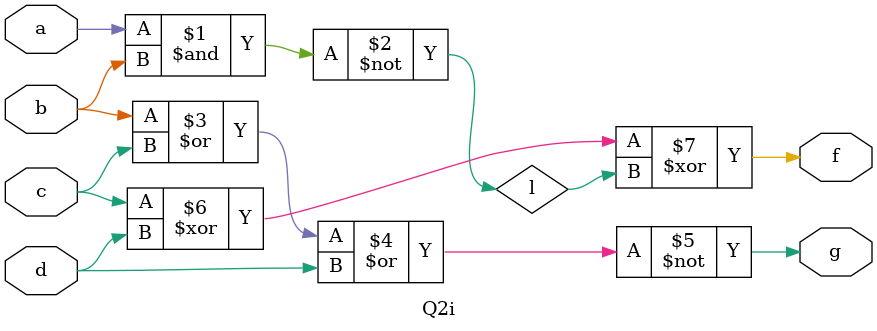
<source format=v>
module Q2i(a, b, c, d, f, g);
    input a, b, c, d;
    output f, g;
    nand(l, a, b);
    nor(g, b, c, d);
    xor(f, c, d, l);
endmodule    
</source>
